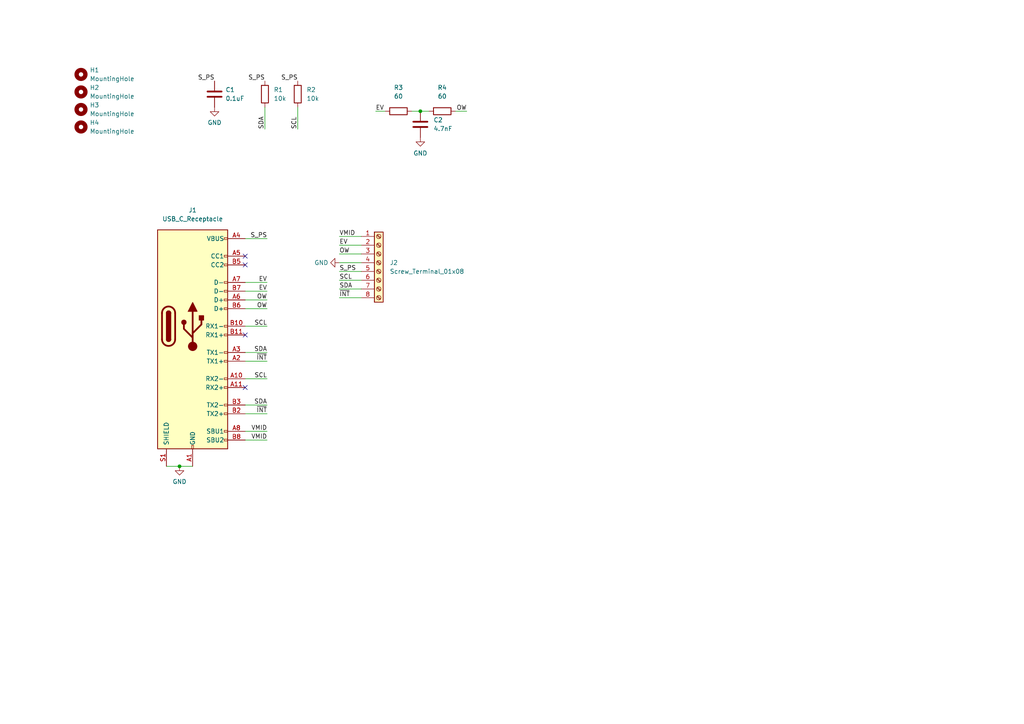
<source format=kicad_sch>
(kicad_sch (version 20211123) (generator eeschema)
  (paper "A4")
  (lib_symbols
    (symbol "Connector:Screw_Terminal_01x08" (pin_names (offset 1.016) hide)
      (property "Reference" "J" (at 0 10.16 0))
      (property "Value" "Screw_Terminal_01x08" (at 0 -12.7 0))
      (symbol "Screw_Terminal_01x08_1_1"
        (rectangle (start -1.27 8.89) (end 1.27 -11.43) (stroke (width 0.254)) (fill (type background)))
        (circle (center 0 -10.16) (radius 0.635) (stroke (width 0.1524)))
        (circle (center 0 -7.62) (radius 0.635) (stroke (width 0.1524)))
        (circle (center 0 -5.08) (radius 0.635) (stroke (width 0.1524)))
        (circle (center 0 -2.54) (radius 0.635) (stroke (width 0.1524)))
        (polyline (pts (xy -0.5334 -9.8298) (xy 0.3302 -10.668)) (stroke (width 0.1524)))
        (polyline (pts (xy -0.5334 -7.2898) (xy 0.3302 -8.128)) (stroke (width 0.1524)))
        (polyline (pts (xy -0.5334 -4.7498) (xy 0.3302 -5.588)) (stroke (width 0.1524)))
        (polyline (pts (xy -0.5334 -2.2098) (xy 0.3302 -3.048)) (stroke (width 0.1524)))
        (polyline (pts (xy -0.5334 0.3302) (xy 0.3302 -0.508)) (stroke (width 0.1524)))
        (polyline (pts (xy -0.5334 2.8702) (xy 0.3302 2.032)) (stroke (width 0.1524)))
        (polyline (pts (xy -0.5334 5.4102) (xy 0.3302 4.572)) (stroke (width 0.1524)))
        (polyline (pts (xy -0.5334 7.9502) (xy 0.3302 7.112)) (stroke (width 0.1524)))
        (polyline (pts (xy -0.3556 -9.652) (xy 0.508 -10.4902)) (stroke (width 0.1524)))
        (polyline (pts (xy -0.3556 -7.112) (xy 0.508 -7.9502)) (stroke (width 0.1524)))
        (polyline (pts (xy -0.3556 -4.572) (xy 0.508 -5.4102)) (stroke (width 0.1524)))
        (polyline (pts (xy -0.3556 -2.032) (xy 0.508 -2.8702)) (stroke (width 0.1524)))
        (polyline (pts (xy -0.3556 0.508) (xy 0.508 -0.3302)) (stroke (width 0.1524)))
        (polyline (pts (xy -0.3556 3.048) (xy 0.508 2.2098)) (stroke (width 0.1524)))
        (polyline (pts (xy -0.3556 5.588) (xy 0.508 4.7498)) (stroke (width 0.1524)))
        (polyline (pts (xy -0.3556 8.128) (xy 0.508 7.2898)) (stroke (width 0.1524)))
        (circle (center 0 0) (radius 0.635) (stroke (width 0.1524)))
        (circle (center 0 2.54) (radius 0.635) (stroke (width 0.1524)))
        (circle (center 0 5.08) (radius 0.635) (stroke (width 0.1524)))
        (circle (center 0 7.62) (radius 0.635) (stroke (width 0.1524)))
        (pin passive line (at -5.08 7.62 0) (length 3.81) (name "Pin_1") (number "1"))
        (pin passive line (at -5.08 5.08 0) (length 3.81) (name "Pin_2") (number "2"))
        (pin passive line (at -5.08 2.54 0) (length 3.81) (name "Pin_3") (number "3"))
        (pin passive line (at -5.08 0 0) (length 3.81) (name "Pin_4") (number "4"))
        (pin passive line (at -5.08 -2.54 0) (length 3.81) (name "Pin_5") (number "5"))
        (pin passive line (at -5.08 -5.08 0) (length 3.81) (name "Pin_6") (number "6"))
        (pin passive line (at -5.08 -7.62 0) (length 3.81) (name "Pin_7") (number "7"))
        (pin passive line (at -5.08 -10.16 0) (length 3.81) (name "Pin_8") (number "8"))
      )
    )
    (symbol "Connector:USB_C_Receptacle" (pin_names (offset 1.016))
      (property "Reference" "J" (at -10.16 29.21 0))
      (property "Value" "USB_C_Receptacle" (at 10.16 29.21 0))
      (symbol "USB_C_Receptacle_0_0"
        (rectangle (start -0.254 -35.56) (end 0.254 -34.544))
        (rectangle (start 10.16 -32.766) (end 9.144 -33.274))
        (rectangle (start 10.16 -30.226) (end 9.144 -30.734))
        (rectangle (start 10.16 -25.146) (end 9.144 -25.654))
        (rectangle (start 10.16 -22.606) (end 9.144 -23.114))
        (rectangle (start 10.16 -17.526) (end 9.144 -18.034))
        (rectangle (start 10.16 -14.986) (end 9.144 -15.494))
        (rectangle (start 10.16 -9.906) (end 9.144 -10.414))
        (rectangle (start 10.16 -7.366) (end 9.144 -7.874))
        (rectangle (start 10.16 -2.286) (end 9.144 -2.794))
        (rectangle (start 10.16 0.254) (end 9.144 -0.254))
        (rectangle (start 10.16 5.334) (end 9.144 4.826))
        (rectangle (start 10.16 7.874) (end 9.144 7.366))
        (rectangle (start 10.16 10.414) (end 9.144 9.906))
        (rectangle (start 10.16 12.954) (end 9.144 12.446))
        (rectangle (start 10.16 18.034) (end 9.144 17.526))
        (rectangle (start 10.16 20.574) (end 9.144 20.066))
        (rectangle (start 10.16 25.654) (end 9.144 25.146))
      )
      (symbol "USB_C_Receptacle_0_1"
        (rectangle (start -10.16 27.94) (end 10.16 -35.56) (stroke (width 0.254)) (fill (type background)))
        (arc (start -8.89 -3.81) (mid -6.985 -5.715) (end -5.08 -3.81) (stroke (width 0.508)))
        (arc (start -7.62 -3.81) (mid -6.985 -4.445) (end -6.35 -3.81) (stroke (width 0.254)))
        (arc (start -7.62 -3.81) (mid -6.985 -4.445) (end -6.35 -3.81) (stroke (width 0.254)) (fill (type outline)))
        (rectangle (start -7.62 -3.81) (end -6.35 3.81) (stroke (width 0.254)) (fill (type outline)))
        (arc (start -6.35 3.81) (mid -6.985 4.445) (end -7.62 3.81) (stroke (width 0.254)))
        (arc (start -6.35 3.81) (mid -6.985 4.445) (end -7.62 3.81) (stroke (width 0.254)) (fill (type outline)))
        (arc (start -5.08 3.81) (mid -6.985 5.715) (end -8.89 3.81) (stroke (width 0.508)))
        (polyline (pts (xy -8.89 -3.81) (xy -8.89 3.81)) (stroke (width 0.508)))
        (polyline (pts (xy -5.08 3.81) (xy -5.08 -3.81)) (stroke (width 0.508)))
      )
      (symbol "USB_C_Receptacle_1_1"
        (circle (center -2.54 1.143) (radius 0.635) (stroke (width 0.254)) (fill (type outline)))
        (circle (center 0 -5.842) (radius 1.27) (fill (type outline)))
        (polyline (pts (xy 0 -5.842) (xy 0 4.318)) (stroke (width 0.508)))
        (polyline (pts (xy 0 -3.302) (xy -2.54 -0.762) (xy -2.54 0.508)) (stroke (width 0.508)))
        (polyline (pts (xy 0 -2.032) (xy 2.54 0.508) (xy 2.54 1.778)) (stroke (width 0.508)))
        (polyline (pts (xy -1.27 4.318) (xy 0 6.858) (xy 1.27 4.318) (xy -1.27 4.318)) (stroke (width 0.254)) (fill (type outline)))
        (rectangle (start 1.905 1.778) (end 3.175 3.048) (stroke (width 0.254)) (fill (type outline)))
        (pin passive line (at 0 -40.64 90) (length 5.08) (name "GND") (number "A1"))
        (pin bidirectional line (at 15.24 -15.24 180) (length 5.08) (name "RX2-") (number "A10"))
        (pin bidirectional line (at 15.24 -17.78 180) (length 5.08) (name "RX2+") (number "A11"))
        (pin passive line (at 0 -40.64 90) (length 5.08) hide (name "GND") (number "A12"))
        (pin bidirectional line (at 15.24 -10.16 180) (length 5.08) (name "TX1+") (number "A2"))
        (pin bidirectional line (at 15.24 -7.62 180) (length 5.08) (name "TX1-") (number "A3"))
        (pin passive line (at 15.24 25.4 180) (length 5.08) (name "VBUS") (number "A4"))
        (pin bidirectional line (at 15.24 20.32 180) (length 5.08) (name "CC1") (number "A5"))
        (pin bidirectional line (at 15.24 7.62 180) (length 5.08) (name "D+") (number "A6"))
        (pin bidirectional line (at 15.24 12.7 180) (length 5.08) (name "D-") (number "A7"))
        (pin bidirectional line (at 15.24 -30.48 180) (length 5.08) (name "SBU1") (number "A8"))
        (pin passive line (at 15.24 25.4 180) (length 5.08) hide (name "VBUS") (number "A9"))
        (pin passive line (at 0 -40.64 90) (length 5.08) hide (name "GND") (number "B1"))
        (pin bidirectional line (at 15.24 0 180) (length 5.08) (name "RX1-") (number "B10"))
        (pin bidirectional line (at 15.24 -2.54 180) (length 5.08) (name "RX1+") (number "B11"))
        (pin passive line (at 0 -40.64 90) (length 5.08) hide (name "GND") (number "B12"))
        (pin bidirectional line (at 15.24 -25.4 180) (length 5.08) (name "TX2+") (number "B2"))
        (pin bidirectional line (at 15.24 -22.86 180) (length 5.08) (name "TX2-") (number "B3"))
        (pin passive line (at 15.24 25.4 180) (length 5.08) hide (name "VBUS") (number "B4"))
        (pin bidirectional line (at 15.24 17.78 180) (length 5.08) (name "CC2") (number "B5"))
        (pin bidirectional line (at 15.24 5.08 180) (length 5.08) (name "D+") (number "B6"))
        (pin bidirectional line (at 15.24 10.16 180) (length 5.08) (name "D-") (number "B7"))
        (pin bidirectional line (at 15.24 -33.02 180) (length 5.08) (name "SBU2") (number "B8"))
        (pin passive line (at 15.24 25.4 180) (length 5.08) hide (name "VBUS") (number "B9"))
        (pin passive line (at -7.62 -40.64 90) (length 5.08) (name "SHIELD") (number "S1"))
      )
    )
    (symbol "Device:C" (pin_numbers hide) (pin_names (offset 0.254))
      (property "Reference" "C" (at 0.635 2.54 0))
      (property "Value" "C" (at 0.635 -2.54 0))
      (symbol "C_0_1"
        (polyline (pts (xy -2.032 -0.762) (xy 2.032 -0.762)) (stroke (width 0.508)))
        (polyline (pts (xy -2.032 0.762) (xy 2.032 0.762)) (stroke (width 0.508)))
      )
      (symbol "C_1_1"
        (pin passive line (at 0 3.81 270) (length 2.794) (name "~") (number "1"))
        (pin passive line (at 0 -3.81 90) (length 2.794) (name "~") (number "2"))
      )
    )
    (symbol "Device:R" (pin_numbers hide) (pin_names (offset 0))
      (property "Reference" "R" (at 2.032 0 90))
      (property "Value" "R" (at 0 0 90))
      (symbol "R_0_1"
        (rectangle (start -1.016 -2.54) (end 1.016 2.54) (stroke (width 0.254)))
      )
      (symbol "R_1_1"
        (pin passive line (at 0 3.81 270) (length 1.27) (name "~") (number "1"))
        (pin passive line (at 0 -3.81 90) (length 1.27) (name "~") (number "2"))
      )
    )
    (symbol "Mechanical:MountingHole" (pin_names (offset 1.016))
      (property "Reference" "H" (at 0 5.08 0))
      (property "Value" "MountingHole" (at 0 3.175 0))
      (symbol "MountingHole_0_1"
        (circle (center 0 0) (radius 1.27) (stroke (width 1.27)))
      )
    )
    (symbol "power:GND" (power) (pin_names (offset 0))
      (property "Value" "GND" (at 0 -3.81 0))
      (symbol "GND_0_1"
        (polyline (pts (xy 0 0) (xy 0 -1.27) (xy 1.27 -1.27) (xy 0 -2.54) (xy -1.27 -1.27) (xy 0 -1.27)))
      )
      (symbol "GND_1_1"
        (pin power_in line (at 0 0 270) (length 0) hide (name "GND") (number "1"))
      )
    )
  )
  (junction (at 52.07 135.255))
  (junction (at 121.92 32.258))
  (no_connect (at 71.12 76.835))
  (no_connect (at 71.12 74.295))
  (no_connect (at 71.12 112.395))
  (no_connect (at 71.12 97.155))
  (wire (pts (xy 71.12 127.635) (xy 77.47 127.635)))
  (wire (pts (xy 86.36 37.465) (xy 86.36 31.115)))
  (wire (pts (xy 98.425 68.58) (xy 104.775 68.58)))
  (wire (pts (xy 71.12 86.995) (xy 77.47 86.995)))
  (wire (pts (xy 98.425 73.66) (xy 104.775 73.66)))
  (wire (pts (xy 71.12 120.015) (xy 77.47 120.015)))
  (wire (pts (xy 98.425 81.28) (xy 104.775 81.28)))
  (wire (pts (xy 71.12 102.235) (xy 77.47 102.235)))
  (wire (pts (xy 104.775 76.2) (xy 98.425 76.2)))
  (wire (pts (xy 71.12 109.855) (xy 77.47 109.855)))
  (wire (pts (xy 108.966 32.258) (xy 111.76 32.258)))
  (wire (pts (xy 98.425 83.82) (xy 104.775 83.82)))
  (wire (pts (xy 48.26 135.255) (xy 52.07 135.255)))
  (wire (pts (xy 71.12 117.475) (xy 77.47 117.475)))
  (wire (pts (xy 71.12 81.915) (xy 77.47 81.915)))
  (wire (pts (xy 98.425 86.36) (xy 104.775 86.36)))
  (wire (pts (xy 98.425 71.12) (xy 104.775 71.12)))
  (wire (pts (xy 71.12 89.535) (xy 77.47 89.535)))
  (wire (pts (xy 71.12 104.775) (xy 77.47 104.775)))
  (wire (pts (xy 52.07 135.255) (xy 55.88 135.255)))
  (wire (pts (xy 71.12 84.455) (xy 77.47 84.455)))
  (wire (pts (xy 104.775 78.74) (xy 98.425 78.74)))
  (wire (pts (xy 121.92 32.258) (xy 124.46 32.258)))
  (wire (pts (xy 132.08 32.258) (xy 135.382 32.258)))
  (wire (pts (xy 76.835 37.465) (xy 76.835 31.115)))
  (wire (pts (xy 71.12 94.615) (xy 77.47 94.615)))
  (wire (pts (xy 71.12 69.215) (xy 77.47 69.215)))
  (wire (pts (xy 119.38 32.258) (xy 121.92 32.258)))
  (wire (pts (xy 71.12 125.095) (xy 77.47 125.095)))
  (label "SCL" (at 86.36 37.465 90))
  (label "S_PS" (at 62.23 23.495 180))
  (label "EV" (at 108.966 32.258 0))
  (label "EV" (at 77.47 84.455 180))
  (label "S_PS" (at 77.47 69.215 180))
  (label "SDA" (at 76.835 37.465 90))
  (label "OW" (at 77.47 86.995 180))
  (label "SDA" (at 77.47 102.235 180))
  (label "~{INT}" (at 77.47 120.015 180))
  (label "SCL" (at 77.47 94.615 180))
  (label "~{INT}" (at 98.425 86.36 0))
  (label "~{INT}" (at 77.47 104.775 180))
  (label "OW" (at 98.425 73.66 0))
  (label "S_PS" (at 98.425 78.74 0))
  (label "SDA" (at 98.425 83.82 0))
  (label "OW" (at 135.382 32.258 180))
  (label "SCL" (at 98.425 81.28 0))
  (label "EV" (at 77.47 81.915 180))
  (label "S_PS" (at 86.36 23.495 180))
  (label "VMID" (at 77.47 127.635 180))
  (label "S_PS" (at 76.835 23.495 180))
  (label "VMID" (at 98.425 68.58 0))
  (label "OW" (at 77.47 89.535 180))
  (label "SDA" (at 77.47 117.475 180))
  (label "EV" (at 98.425 71.12 0))
  (label "VMID" (at 77.47 125.095 180))
  (label "SCL" (at 77.47 109.855 180))
  (symbol (lib_id "power:GND") (at 98.425 76.2 270) (mirror x) (unit 1)
    (property "Reference" "#PWR0101" (effects hide))
    (property "Value" "GND" (at 95.25 76.2001 90) (effects (justify right)))
  )
  (symbol (lib_id "Device:R") (at 115.57 32.258 270) (unit 1)
    (property "Reference" "R3" (at 115.57 25.4 90))
    (property "Value" "60" (at 115.57 27.94 90))
    (property "Footprint" "Resistor_SMD:R_0603_1608Metric" (effects hide))
  )
  (symbol (lib_id "Device:R") (at 128.27 32.258 270) (unit 1)
    (property "Reference" "R4" (at 128.27 25.4 90))
    (property "Value" "60" (at 128.27 27.94 90))
    (property "Footprint" "Resistor_SMD:R_0603_1608Metric" (effects hide))
  )
  (symbol (lib_id "Device:C") (at 62.23 27.305 0) (unit 1)
    (property "Reference" "C1" (at 65.405 26.0349 0) (effects (justify left)))
    (property "Value" "0.1uF" (at 65.405 28.5749 0) (effects (justify left)))
    (property "Footprint" "Capacitor_SMD:C_0603_1608Metric" (effects hide))
    (property "Voltage rating" "16V" (effects hide))
    (property "MPN" "C0603C104K4RAC7867" (effects hide))
    (property "Manufacturer" "KEMET" (effects hide))
  )
  (symbol (lib_id "Device:R") (at 76.835 27.305 0) (unit 1)
    (property "Reference" "R1" (at 79.375 26.0349 0) (effects (justify left)))
    (property "Value" "10k" (at 79.375 28.5749 0) (effects (justify left)))
    (property "Footprint" "Resistor_SMD:R_0603_1608Metric" (effects hide))
  )
  (symbol (lib_id "Connector:USB_C_Receptacle") (at 55.88 94.615 0) (unit 1)
    (property "Reference" "J1" (at 55.88 60.96 0))
    (property "Value" "USB_C_Receptacle" (at 55.88 63.5 0))
    (property "Footprint" "custom_footprints:USB_C_Receptacle_Amphenol_12401861XX12A" (effects hide))
    (property "Datasheet" "https://www.usb.org/sites/default/files/documents/usb_type-c.zip" (effects hide))
    (property "MPN" "124018612112A" (effects hide))
    (property "Manufacturer" "Amphenol" (effects hide))
  )
  (symbol (lib_id "Mechanical:MountingHole") (at 23.495 26.67 0) (unit 1)
    (property "Reference" "H2" (at 26.035 25.3999 0) (effects (justify left)))
    (property "Value" "MountingHole" (at 26.035 27.9399 0) (effects (justify left)))
    (property "Footprint" "MountingHole:MountingHole_3.2mm_M3" (effects hide))
  )
  (symbol (lib_id "power:GND") (at 121.92 39.878 0) (unit 1)
    (property "Reference" "#PWR01" (effects hide))
    (property "Value" "GND" (at 121.92 44.45 0))
  )
  (symbol (lib_id "Mechanical:MountingHole") (at 23.495 31.75 0) (unit 1)
    (property "Reference" "H3" (at 26.035 30.4799 0) (effects (justify left)))
    (property "Value" "MountingHole" (at 26.035 33.0199 0) (effects (justify left)))
    (property "Footprint" "MountingHole:MountingHole_3.2mm_M3" (effects hide))
  )
  (symbol (lib_id "power:GND") (at 52.07 135.255 0) (unit 1)
    (property "Reference" "#PWR0102" (effects hide))
    (property "Value" "GND" (at 52.07 139.7 0))
  )
  (symbol (lib_id "power:GND") (at 62.23 31.115 0) (unit 1)
    (property "Reference" "#PWR0103" (effects hide))
    (property "Value" "GND" (at 62.23 35.56 0))
  )
  (symbol (lib_id "Mechanical:MountingHole") (at 23.495 21.59 0) (unit 1)
    (property "Reference" "H1" (at 26.035 20.3199 0) (effects (justify left)))
    (property "Value" "MountingHole" (at 26.035 22.8599 0) (effects (justify left)))
    (property "Footprint" "MountingHole:MountingHole_3.2mm_M3" (effects hide))
  )
  (symbol (lib_id "Mechanical:MountingHole") (at 23.495 36.83 0) (unit 1)
    (property "Reference" "H4" (at 26.035 35.5599 0) (effects (justify left)))
    (property "Value" "MountingHole" (at 26.035 38.0999 0) (effects (justify left)))
    (property "Footprint" "MountingHole:MountingHole_3.2mm_M3" (effects hide))
  )
  (symbol (lib_id "Device:R") (at 86.36 27.305 0) (unit 1)
    (property "Reference" "R2" (at 88.9 26.0349 0) (effects (justify left)))
    (property "Value" "10k" (at 88.9 28.5749 0) (effects (justify left)))
    (property "Footprint" "Resistor_SMD:R_0603_1608Metric" (effects hide))
  )
  (symbol (lib_id "Device:C") (at 121.92 36.068 0) (unit 1)
    (property "Reference" "C2" (at 125.73 34.7979 0) (effects (justify left)))
    (property "Value" "4.7nF" (at 125.73 37.3379 0) (effects (justify left)))
    (property "Footprint" "Capacitor_SMD:C_0603_1608Metric" (effects hide))
    (property "Voltage rating" "16V" (effects hide))
  )
  (symbol (lib_id "Connector:Screw_Terminal_01x08") (at 109.855 76.2 0) (unit 1)
    (property "Reference" "J2" (at 113.03 76.1999 0) (effects (justify left)))
    (property "Value" "Screw_Terminal_01x08" (at 113.03 78.7399 0) (effects (justify left)))
    (property "Footprint" "TerminalBlock_Phoenix:TerminalBlock_Phoenix_PT-1,5-8-3.5-H_1x08_P3.50mm_Horizontal" (effects hide))
    (property "MPN" "1984646" (effects hide))
    (property "Manufacturer" "Phoenix Contact" (effects hide))
  )
)
</source>
